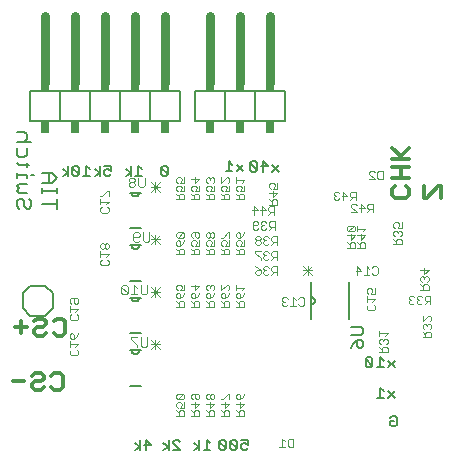
<source format=gbo>
G75*
%MOIN*%
%OFA0B0*%
%FSLAX25Y25*%
%IPPOS*%
%LPD*%
%AMOC8*
5,1,8,0,0,1.08239X$1,22.5*
%
%ADD10C,0.00800*%
%ADD11C,0.00600*%
%ADD12C,0.01300*%
%ADD13C,0.00200*%
%ADD14C,0.00300*%
%ADD15C,0.00500*%
%ADD16C,0.00400*%
%ADD17C,0.03000*%
%ADD18R,0.03000X0.02000*%
%ADD19R,0.03000X0.04000*%
D10*
X0072725Y0166986D02*
X0071924Y0167787D01*
X0071924Y0169388D01*
X0072725Y0170189D01*
X0073526Y0170189D01*
X0074326Y0169388D01*
X0074326Y0167787D01*
X0075127Y0166986D01*
X0075928Y0166986D01*
X0076728Y0167787D01*
X0076728Y0169388D01*
X0075928Y0170189D01*
X0075127Y0172143D02*
X0072725Y0172143D01*
X0071924Y0172943D01*
X0072725Y0173744D01*
X0071924Y0174545D01*
X0072725Y0175345D01*
X0075127Y0175345D01*
X0075127Y0177299D02*
X0075127Y0178100D01*
X0071924Y0178100D01*
X0071924Y0178900D02*
X0071924Y0177299D01*
X0072725Y0181537D02*
X0071924Y0182338D01*
X0072725Y0181537D02*
X0075928Y0181537D01*
X0075127Y0180737D02*
X0075127Y0182338D01*
X0074326Y0184174D02*
X0072725Y0184174D01*
X0071924Y0184975D01*
X0071924Y0187377D01*
X0071924Y0189331D02*
X0076728Y0189331D01*
X0075127Y0190131D02*
X0075127Y0191733D01*
X0074326Y0192533D01*
X0071924Y0192533D01*
X0074326Y0189331D02*
X0075127Y0190131D01*
X0075127Y0187377D02*
X0075127Y0184975D01*
X0074326Y0184174D01*
X0076728Y0178100D02*
X0077529Y0178100D01*
X0080324Y0178783D02*
X0083527Y0178783D01*
X0085128Y0177182D01*
X0083527Y0175580D01*
X0080324Y0175580D01*
X0080324Y0173744D02*
X0080324Y0172143D01*
X0080324Y0172943D02*
X0085128Y0172943D01*
X0085128Y0172143D02*
X0085128Y0173744D01*
X0082726Y0175580D02*
X0082726Y0178783D01*
X0085128Y0170189D02*
X0085128Y0166986D01*
X0085128Y0168588D02*
X0080324Y0168588D01*
D11*
X0113037Y0087647D02*
X0111336Y0086513D01*
X0113037Y0086513D02*
X0113037Y0089916D01*
X0115019Y0089916D02*
X0116720Y0088215D01*
X0114452Y0088215D01*
X0113037Y0087647D02*
X0111336Y0088782D01*
X0115019Y0089916D02*
X0115019Y0086513D01*
X0120784Y0086513D02*
X0122486Y0087647D01*
X0120784Y0088782D01*
X0122486Y0089916D02*
X0122486Y0086513D01*
X0123900Y0086513D02*
X0126169Y0086513D01*
X0123900Y0088782D01*
X0123900Y0089349D01*
X0124468Y0089916D01*
X0125602Y0089916D01*
X0126169Y0089349D01*
X0131021Y0088782D02*
X0132722Y0087647D01*
X0131021Y0086513D01*
X0132722Y0086513D02*
X0132722Y0089916D01*
X0135271Y0089916D02*
X0135271Y0086513D01*
X0136405Y0086513D02*
X0134137Y0086513D01*
X0136405Y0088782D02*
X0135271Y0089916D01*
X0139369Y0089349D02*
X0139369Y0087080D01*
X0139936Y0086513D01*
X0141070Y0086513D01*
X0141637Y0087080D01*
X0139369Y0089349D01*
X0139936Y0089916D01*
X0141070Y0089916D01*
X0141637Y0089349D01*
X0141637Y0087080D01*
X0143052Y0087080D02*
X0143619Y0086513D01*
X0144753Y0086513D01*
X0145321Y0087080D01*
X0143052Y0089349D01*
X0143052Y0087080D01*
X0145321Y0087080D02*
X0145321Y0089349D01*
X0144753Y0089916D01*
X0143619Y0089916D01*
X0143052Y0089349D01*
X0146735Y0089916D02*
X0149004Y0089916D01*
X0149004Y0088215D01*
X0147869Y0088782D01*
X0147302Y0088782D01*
X0146735Y0088215D01*
X0146735Y0087080D01*
X0147302Y0086513D01*
X0148437Y0086513D01*
X0149004Y0087080D01*
X0113271Y0107971D02*
X0109471Y0107971D01*
X0109471Y0119771D02*
X0110171Y0119771D01*
X0112571Y0119771D01*
X0113271Y0119771D01*
X0112571Y0119771D02*
X0112569Y0119702D01*
X0112563Y0119634D01*
X0112553Y0119566D01*
X0112540Y0119499D01*
X0112522Y0119433D01*
X0112501Y0119368D01*
X0112476Y0119304D01*
X0112448Y0119242D01*
X0112416Y0119181D01*
X0112381Y0119122D01*
X0112342Y0119066D01*
X0112300Y0119011D01*
X0112255Y0118960D01*
X0112207Y0118910D01*
X0112157Y0118864D01*
X0112104Y0118821D01*
X0112048Y0118780D01*
X0111991Y0118743D01*
X0111931Y0118710D01*
X0111869Y0118679D01*
X0111806Y0118653D01*
X0111742Y0118630D01*
X0111676Y0118610D01*
X0111609Y0118595D01*
X0111542Y0118583D01*
X0111474Y0118575D01*
X0111405Y0118571D01*
X0111337Y0118571D01*
X0111268Y0118575D01*
X0111200Y0118583D01*
X0111133Y0118595D01*
X0111066Y0118610D01*
X0111000Y0118630D01*
X0110936Y0118653D01*
X0110873Y0118679D01*
X0110811Y0118710D01*
X0110751Y0118743D01*
X0110694Y0118780D01*
X0110638Y0118821D01*
X0110585Y0118864D01*
X0110535Y0118910D01*
X0110487Y0118960D01*
X0110442Y0119011D01*
X0110400Y0119066D01*
X0110361Y0119122D01*
X0110326Y0119181D01*
X0110294Y0119242D01*
X0110266Y0119304D01*
X0110241Y0119368D01*
X0110220Y0119433D01*
X0110202Y0119499D01*
X0110189Y0119566D01*
X0110179Y0119634D01*
X0110173Y0119702D01*
X0110171Y0119771D01*
X0109471Y0125471D02*
X0113271Y0125471D01*
X0113271Y0137271D02*
X0112571Y0137271D01*
X0110171Y0137271D01*
X0109471Y0137271D01*
X0110171Y0137271D02*
X0110173Y0137202D01*
X0110179Y0137134D01*
X0110189Y0137066D01*
X0110202Y0136999D01*
X0110220Y0136933D01*
X0110241Y0136868D01*
X0110266Y0136804D01*
X0110294Y0136742D01*
X0110326Y0136681D01*
X0110361Y0136622D01*
X0110400Y0136566D01*
X0110442Y0136511D01*
X0110487Y0136460D01*
X0110535Y0136410D01*
X0110585Y0136364D01*
X0110638Y0136321D01*
X0110694Y0136280D01*
X0110751Y0136243D01*
X0110811Y0136210D01*
X0110873Y0136179D01*
X0110936Y0136153D01*
X0111000Y0136130D01*
X0111066Y0136110D01*
X0111133Y0136095D01*
X0111200Y0136083D01*
X0111268Y0136075D01*
X0111337Y0136071D01*
X0111405Y0136071D01*
X0111474Y0136075D01*
X0111542Y0136083D01*
X0111609Y0136095D01*
X0111676Y0136110D01*
X0111742Y0136130D01*
X0111806Y0136153D01*
X0111869Y0136179D01*
X0111931Y0136210D01*
X0111991Y0136243D01*
X0112048Y0136280D01*
X0112104Y0136321D01*
X0112157Y0136364D01*
X0112207Y0136410D01*
X0112255Y0136460D01*
X0112300Y0136511D01*
X0112342Y0136566D01*
X0112381Y0136622D01*
X0112416Y0136681D01*
X0112448Y0136742D01*
X0112476Y0136804D01*
X0112501Y0136868D01*
X0112522Y0136933D01*
X0112540Y0136999D01*
X0112553Y0137066D01*
X0112563Y0137134D01*
X0112569Y0137202D01*
X0112571Y0137271D01*
X0113271Y0142971D02*
X0109471Y0142971D01*
X0109471Y0154771D02*
X0110171Y0154771D01*
X0112571Y0154771D01*
X0113271Y0154771D01*
X0112571Y0154771D02*
X0112569Y0154702D01*
X0112563Y0154634D01*
X0112553Y0154566D01*
X0112540Y0154499D01*
X0112522Y0154433D01*
X0112501Y0154368D01*
X0112476Y0154304D01*
X0112448Y0154242D01*
X0112416Y0154181D01*
X0112381Y0154122D01*
X0112342Y0154066D01*
X0112300Y0154011D01*
X0112255Y0153960D01*
X0112207Y0153910D01*
X0112157Y0153864D01*
X0112104Y0153821D01*
X0112048Y0153780D01*
X0111991Y0153743D01*
X0111931Y0153710D01*
X0111869Y0153679D01*
X0111806Y0153653D01*
X0111742Y0153630D01*
X0111676Y0153610D01*
X0111609Y0153595D01*
X0111542Y0153583D01*
X0111474Y0153575D01*
X0111405Y0153571D01*
X0111337Y0153571D01*
X0111268Y0153575D01*
X0111200Y0153583D01*
X0111133Y0153595D01*
X0111066Y0153610D01*
X0111000Y0153630D01*
X0110936Y0153653D01*
X0110873Y0153679D01*
X0110811Y0153710D01*
X0110751Y0153743D01*
X0110694Y0153780D01*
X0110638Y0153821D01*
X0110585Y0153864D01*
X0110535Y0153910D01*
X0110487Y0153960D01*
X0110442Y0154011D01*
X0110400Y0154066D01*
X0110361Y0154122D01*
X0110326Y0154181D01*
X0110294Y0154242D01*
X0110266Y0154304D01*
X0110241Y0154368D01*
X0110220Y0154433D01*
X0110202Y0154499D01*
X0110189Y0154566D01*
X0110179Y0154634D01*
X0110173Y0154702D01*
X0110171Y0154771D01*
X0109471Y0160471D02*
X0113271Y0160471D01*
X0113271Y0172271D02*
X0112571Y0172271D01*
X0110171Y0172271D01*
X0109471Y0172271D01*
X0110171Y0172271D02*
X0110173Y0172202D01*
X0110179Y0172134D01*
X0110189Y0172066D01*
X0110202Y0171999D01*
X0110220Y0171933D01*
X0110241Y0171868D01*
X0110266Y0171804D01*
X0110294Y0171742D01*
X0110326Y0171681D01*
X0110361Y0171622D01*
X0110400Y0171566D01*
X0110442Y0171511D01*
X0110487Y0171460D01*
X0110535Y0171410D01*
X0110585Y0171364D01*
X0110638Y0171321D01*
X0110694Y0171280D01*
X0110751Y0171243D01*
X0110811Y0171210D01*
X0110873Y0171179D01*
X0110936Y0171153D01*
X0111000Y0171130D01*
X0111066Y0171110D01*
X0111133Y0171095D01*
X0111200Y0171083D01*
X0111268Y0171075D01*
X0111337Y0171071D01*
X0111405Y0171071D01*
X0111474Y0171075D01*
X0111542Y0171083D01*
X0111609Y0171095D01*
X0111676Y0171110D01*
X0111742Y0171130D01*
X0111806Y0171153D01*
X0111869Y0171179D01*
X0111931Y0171210D01*
X0111991Y0171243D01*
X0112048Y0171280D01*
X0112104Y0171321D01*
X0112157Y0171364D01*
X0112207Y0171410D01*
X0112255Y0171460D01*
X0112300Y0171511D01*
X0112342Y0171566D01*
X0112381Y0171622D01*
X0112416Y0171681D01*
X0112448Y0171742D01*
X0112476Y0171804D01*
X0112501Y0171868D01*
X0112522Y0171933D01*
X0112540Y0171999D01*
X0112553Y0172066D01*
X0112563Y0172134D01*
X0112569Y0172202D01*
X0112571Y0172271D01*
X0112436Y0177852D02*
X0112436Y0181255D01*
X0113571Y0180120D01*
X0113571Y0177852D02*
X0111302Y0177852D01*
X0109887Y0177852D02*
X0109887Y0181255D01*
X0108186Y0180120D02*
X0109887Y0178986D01*
X0108186Y0177852D01*
X0103334Y0178419D02*
X0102767Y0177852D01*
X0101633Y0177852D01*
X0101066Y0178419D01*
X0101066Y0179553D01*
X0101633Y0180120D01*
X0102200Y0180120D01*
X0103334Y0179553D01*
X0103334Y0181255D01*
X0101066Y0181255D01*
X0099651Y0181255D02*
X0099651Y0177852D01*
X0099651Y0178986D02*
X0097950Y0180120D01*
X0096248Y0180120D02*
X0095113Y0181255D01*
X0095113Y0177852D01*
X0093979Y0177852D02*
X0096248Y0177852D01*
X0097950Y0177852D02*
X0099651Y0178986D01*
X0092565Y0178419D02*
X0090296Y0180687D01*
X0090296Y0178419D01*
X0090863Y0177852D01*
X0091997Y0177852D01*
X0092565Y0178419D01*
X0092565Y0180687D01*
X0091997Y0181255D01*
X0090863Y0181255D01*
X0090296Y0180687D01*
X0088881Y0181255D02*
X0088881Y0177852D01*
X0088881Y0178986D02*
X0087180Y0180120D01*
X0088881Y0178986D02*
X0087180Y0177852D01*
X0086371Y0196371D02*
X0076371Y0196371D01*
X0076371Y0206371D01*
X0086371Y0206371D01*
X0096371Y0206371D01*
X0106371Y0206371D01*
X0116371Y0206371D01*
X0126371Y0206371D01*
X0126371Y0196371D01*
X0116371Y0196371D01*
X0106371Y0196371D01*
X0096371Y0196371D01*
X0086371Y0196371D01*
X0086371Y0206371D01*
X0096371Y0206371D02*
X0096371Y0196371D01*
X0106371Y0196371D02*
X0106371Y0206371D01*
X0116371Y0206371D02*
X0116371Y0196371D01*
X0131371Y0196371D02*
X0131371Y0206371D01*
X0141371Y0206371D01*
X0151371Y0206371D01*
X0161371Y0206371D01*
X0161371Y0196371D01*
X0151371Y0196371D01*
X0141371Y0196371D01*
X0131371Y0196371D01*
X0141371Y0196371D02*
X0141371Y0206371D01*
X0151371Y0206371D02*
X0151371Y0196371D01*
X0151332Y0182766D02*
X0150198Y0182766D01*
X0149631Y0182199D01*
X0151899Y0179931D01*
X0151332Y0179364D01*
X0150198Y0179364D01*
X0149631Y0179931D01*
X0149631Y0182199D01*
X0151332Y0182766D02*
X0151899Y0182199D01*
X0151899Y0179931D01*
X0153314Y0181065D02*
X0155583Y0181065D01*
X0153881Y0182766D01*
X0153881Y0179364D01*
X0156997Y0179364D02*
X0159266Y0181632D01*
X0159266Y0179364D02*
X0156997Y0181632D01*
X0147429Y0181695D02*
X0145160Y0179427D01*
X0143746Y0179427D02*
X0141477Y0179427D01*
X0142611Y0179427D02*
X0142611Y0182829D01*
X0143746Y0181695D01*
X0145160Y0181695D02*
X0147429Y0179427D01*
X0122232Y0178419D02*
X0119963Y0180687D01*
X0119963Y0178419D01*
X0120531Y0177852D01*
X0121665Y0177852D01*
X0122232Y0178419D01*
X0122232Y0180687D01*
X0121665Y0181255D01*
X0120531Y0181255D01*
X0119963Y0180687D01*
X0081371Y0141371D02*
X0076371Y0141371D01*
X0073871Y0138871D01*
X0073871Y0133871D01*
X0076371Y0131371D01*
X0081371Y0131371D01*
X0083871Y0133871D01*
X0083871Y0138871D01*
X0081371Y0141371D01*
X0170071Y0142671D02*
X0170071Y0137571D01*
X0170071Y0135171D01*
X0170071Y0130071D01*
X0170071Y0135171D02*
X0170140Y0135173D01*
X0170208Y0135179D01*
X0170276Y0135189D01*
X0170343Y0135202D01*
X0170409Y0135220D01*
X0170474Y0135241D01*
X0170538Y0135266D01*
X0170600Y0135294D01*
X0170661Y0135326D01*
X0170720Y0135361D01*
X0170776Y0135400D01*
X0170831Y0135442D01*
X0170882Y0135487D01*
X0170932Y0135535D01*
X0170978Y0135585D01*
X0171021Y0135638D01*
X0171062Y0135694D01*
X0171099Y0135751D01*
X0171132Y0135811D01*
X0171163Y0135873D01*
X0171189Y0135936D01*
X0171212Y0136000D01*
X0171232Y0136066D01*
X0171247Y0136133D01*
X0171259Y0136200D01*
X0171267Y0136268D01*
X0171271Y0136337D01*
X0171271Y0136405D01*
X0171267Y0136474D01*
X0171259Y0136542D01*
X0171247Y0136609D01*
X0171232Y0136676D01*
X0171212Y0136742D01*
X0171189Y0136806D01*
X0171163Y0136869D01*
X0171132Y0136931D01*
X0171099Y0136991D01*
X0171062Y0137048D01*
X0171021Y0137104D01*
X0170978Y0137157D01*
X0170932Y0137207D01*
X0170882Y0137255D01*
X0170831Y0137300D01*
X0170776Y0137342D01*
X0170720Y0137381D01*
X0170661Y0137416D01*
X0170600Y0137448D01*
X0170538Y0137476D01*
X0170474Y0137501D01*
X0170409Y0137522D01*
X0170343Y0137540D01*
X0170276Y0137553D01*
X0170208Y0137563D01*
X0170140Y0137569D01*
X0170071Y0137571D01*
X0182671Y0142671D02*
X0182671Y0130071D01*
X0188755Y0117475D02*
X0188188Y0116908D01*
X0190456Y0114639D01*
X0189889Y0114072D01*
X0188755Y0114072D01*
X0188188Y0114639D01*
X0188188Y0116908D01*
X0188755Y0117475D02*
X0189889Y0117475D01*
X0190456Y0116908D01*
X0190456Y0114639D01*
X0191871Y0114072D02*
X0194139Y0114072D01*
X0193005Y0114072D02*
X0193005Y0117475D01*
X0194139Y0116341D01*
X0195554Y0116341D02*
X0197823Y0114072D01*
X0197823Y0116341D02*
X0195554Y0114072D01*
X0193005Y0107239D02*
X0193005Y0103836D01*
X0194139Y0103836D02*
X0191871Y0103836D01*
X0194139Y0106105D02*
X0193005Y0107239D01*
X0195554Y0106105D02*
X0197823Y0103836D01*
X0197823Y0106105D02*
X0195554Y0103836D01*
X0196909Y0097790D02*
X0198043Y0097790D01*
X0198610Y0097223D01*
X0198610Y0094954D01*
X0198043Y0094387D01*
X0196909Y0094387D01*
X0196341Y0094954D01*
X0196341Y0096089D01*
X0197476Y0096089D01*
X0196341Y0097223D02*
X0196909Y0097790D01*
D12*
X0197971Y0170676D02*
X0197021Y0171627D01*
X0197021Y0173529D01*
X0197971Y0174479D01*
X0197021Y0177122D02*
X0202725Y0177122D01*
X0201775Y0174479D02*
X0202725Y0173529D01*
X0202725Y0171627D01*
X0201775Y0170676D01*
X0197971Y0170676D01*
X0199873Y0177122D02*
X0199873Y0180925D01*
X0198922Y0183567D02*
X0202725Y0187370D01*
X0202725Y0183567D02*
X0197021Y0183567D01*
X0197021Y0180925D02*
X0202725Y0180925D01*
X0199873Y0184518D02*
X0197021Y0187370D01*
X0207521Y0174479D02*
X0207521Y0170676D01*
X0208471Y0170676D01*
X0212275Y0174479D01*
X0213225Y0174479D01*
X0213225Y0170676D01*
X0088024Y0129412D02*
X0088024Y0125609D01*
X0087073Y0124658D01*
X0085171Y0124658D01*
X0084221Y0125609D01*
X0081578Y0125609D02*
X0080627Y0124658D01*
X0078726Y0124658D01*
X0077775Y0125609D01*
X0077775Y0126560D01*
X0078726Y0127511D01*
X0080627Y0127511D01*
X0081578Y0128462D01*
X0081578Y0129412D01*
X0080627Y0130363D01*
X0078726Y0130363D01*
X0077775Y0129412D01*
X0075133Y0127511D02*
X0071330Y0127511D01*
X0073231Y0129412D02*
X0073231Y0125609D01*
X0084221Y0129412D02*
X0085171Y0130363D01*
X0087073Y0130363D01*
X0088024Y0129412D01*
X0086286Y0112253D02*
X0084384Y0112253D01*
X0083433Y0111302D01*
X0080791Y0111302D02*
X0080791Y0110351D01*
X0079840Y0109401D01*
X0077938Y0109401D01*
X0076988Y0108450D01*
X0076988Y0107499D01*
X0077938Y0106548D01*
X0079840Y0106548D01*
X0080791Y0107499D01*
X0083433Y0107499D02*
X0084384Y0106548D01*
X0086286Y0106548D01*
X0087236Y0107499D01*
X0087236Y0111302D01*
X0086286Y0112253D01*
X0080791Y0111302D02*
X0079840Y0112253D01*
X0077938Y0112253D01*
X0076988Y0111302D01*
X0074345Y0109401D02*
X0070542Y0109401D01*
D13*
X0089522Y0118642D02*
X0089522Y0119561D01*
X0089981Y0120020D01*
X0089522Y0120902D02*
X0089522Y0122739D01*
X0089522Y0121820D02*
X0092277Y0121820D01*
X0091359Y0120902D01*
X0091818Y0120020D02*
X0092277Y0119561D01*
X0092277Y0118642D01*
X0091818Y0118183D01*
X0089981Y0118183D01*
X0089522Y0118642D01*
X0089981Y0123621D02*
X0089522Y0124080D01*
X0089522Y0124998D01*
X0089981Y0125458D01*
X0090440Y0125458D01*
X0090899Y0124998D01*
X0090899Y0123621D01*
X0089981Y0123621D01*
X0090899Y0123621D02*
X0091818Y0124539D01*
X0092277Y0125458D01*
X0091818Y0129896D02*
X0089981Y0129896D01*
X0089522Y0130355D01*
X0089522Y0131273D01*
X0089981Y0131733D01*
X0089522Y0132615D02*
X0089522Y0134451D01*
X0089522Y0133533D02*
X0092277Y0133533D01*
X0091359Y0132615D01*
X0091818Y0131733D02*
X0092277Y0131273D01*
X0092277Y0130355D01*
X0091818Y0129896D01*
X0091818Y0135334D02*
X0091359Y0135334D01*
X0090899Y0135793D01*
X0090899Y0137170D01*
X0089981Y0137170D02*
X0091818Y0137170D01*
X0092277Y0136711D01*
X0092277Y0135793D01*
X0091818Y0135334D01*
X0089981Y0135334D02*
X0089522Y0135793D01*
X0089522Y0136711D01*
X0089981Y0137170D01*
X0100217Y0148183D02*
X0099758Y0148642D01*
X0099758Y0149561D01*
X0100217Y0150020D01*
X0099758Y0150902D02*
X0099758Y0152739D01*
X0099758Y0151820D02*
X0102513Y0151820D01*
X0101595Y0150902D01*
X0102054Y0150020D02*
X0102513Y0149561D01*
X0102513Y0148642D01*
X0102054Y0148183D01*
X0100217Y0148183D01*
X0100217Y0153621D02*
X0100676Y0153621D01*
X0101136Y0154080D01*
X0101136Y0154998D01*
X0100676Y0155458D01*
X0100217Y0155458D01*
X0099758Y0154998D01*
X0099758Y0154080D01*
X0100217Y0153621D01*
X0101136Y0154080D02*
X0101595Y0153621D01*
X0102054Y0153621D01*
X0102513Y0154080D01*
X0102513Y0154998D01*
X0102054Y0155458D01*
X0101595Y0155458D01*
X0101136Y0154998D01*
X0102054Y0165683D02*
X0100217Y0165683D01*
X0099758Y0166142D01*
X0099758Y0167061D01*
X0100217Y0167520D01*
X0099758Y0168402D02*
X0099758Y0170239D01*
X0099758Y0171121D02*
X0100217Y0171121D01*
X0102054Y0172958D01*
X0102513Y0172958D01*
X0102513Y0171121D01*
X0102513Y0169320D02*
X0099758Y0169320D01*
X0101595Y0168402D02*
X0102513Y0169320D01*
X0102054Y0167520D02*
X0102513Y0167061D01*
X0102513Y0166142D01*
X0102054Y0165683D01*
X0125034Y0170132D02*
X0127789Y0170132D01*
X0127789Y0171510D01*
X0127330Y0171969D01*
X0126411Y0171969D01*
X0125952Y0171510D01*
X0125952Y0170132D01*
X0125952Y0171050D02*
X0125034Y0171969D01*
X0125493Y0172851D02*
X0125034Y0173310D01*
X0125034Y0174228D01*
X0125493Y0174688D01*
X0126411Y0174688D01*
X0126870Y0174228D01*
X0126870Y0173769D01*
X0126411Y0172851D01*
X0127789Y0172851D01*
X0127789Y0174688D01*
X0127789Y0175570D02*
X0126411Y0175570D01*
X0126870Y0176488D01*
X0126870Y0176947D01*
X0126411Y0177406D01*
X0125493Y0177406D01*
X0125034Y0176947D01*
X0125034Y0176029D01*
X0125493Y0175570D01*
X0127789Y0175570D02*
X0127789Y0177406D01*
X0130034Y0176947D02*
X0132789Y0176947D01*
X0131411Y0175570D01*
X0131411Y0177406D01*
X0131411Y0174688D02*
X0130493Y0174688D01*
X0130034Y0174228D01*
X0130034Y0173310D01*
X0130493Y0172851D01*
X0131411Y0172851D02*
X0131870Y0173769D01*
X0131870Y0174228D01*
X0131411Y0174688D01*
X0132789Y0174688D02*
X0132789Y0172851D01*
X0131411Y0172851D01*
X0131411Y0171969D02*
X0130952Y0171510D01*
X0130952Y0170132D01*
X0130952Y0171050D02*
X0130034Y0171969D01*
X0131411Y0171969D02*
X0132330Y0171969D01*
X0132789Y0171510D01*
X0132789Y0170132D01*
X0130034Y0170132D01*
X0135034Y0170132D02*
X0137789Y0170132D01*
X0137789Y0171510D01*
X0137330Y0171969D01*
X0136411Y0171969D01*
X0135952Y0171510D01*
X0135952Y0170132D01*
X0135952Y0171050D02*
X0135034Y0171969D01*
X0135493Y0172851D02*
X0135034Y0173310D01*
X0135034Y0174228D01*
X0135493Y0174688D01*
X0136411Y0174688D01*
X0136870Y0174228D01*
X0136870Y0173769D01*
X0136411Y0172851D01*
X0137789Y0172851D01*
X0137789Y0174688D01*
X0137330Y0175570D02*
X0137789Y0176029D01*
X0137789Y0176947D01*
X0137330Y0177406D01*
X0136870Y0177406D01*
X0136411Y0176947D01*
X0135952Y0177406D01*
X0135493Y0177406D01*
X0135034Y0176947D01*
X0135034Y0176029D01*
X0135493Y0175570D01*
X0136411Y0176488D02*
X0136411Y0176947D01*
X0140034Y0177406D02*
X0140034Y0175570D01*
X0141870Y0177406D01*
X0142330Y0177406D01*
X0142789Y0176947D01*
X0142789Y0176029D01*
X0142330Y0175570D01*
X0142789Y0174688D02*
X0142789Y0172851D01*
X0141411Y0172851D01*
X0141870Y0173769D01*
X0141870Y0174228D01*
X0141411Y0174688D01*
X0140493Y0174688D01*
X0140034Y0174228D01*
X0140034Y0173310D01*
X0140493Y0172851D01*
X0140034Y0171969D02*
X0140952Y0171050D01*
X0140952Y0171510D02*
X0140952Y0170132D01*
X0140034Y0170132D02*
X0142789Y0170132D01*
X0142789Y0171510D01*
X0142330Y0171969D01*
X0141411Y0171969D01*
X0140952Y0171510D01*
X0145034Y0171969D02*
X0145952Y0171050D01*
X0145952Y0171510D02*
X0145952Y0170132D01*
X0145034Y0170132D02*
X0147789Y0170132D01*
X0147789Y0171510D01*
X0147330Y0171969D01*
X0146411Y0171969D01*
X0145952Y0171510D01*
X0146411Y0172851D02*
X0146870Y0173769D01*
X0146870Y0174228D01*
X0146411Y0174688D01*
X0145493Y0174688D01*
X0145034Y0174228D01*
X0145034Y0173310D01*
X0145493Y0172851D01*
X0146411Y0172851D02*
X0147789Y0172851D01*
X0147789Y0174688D01*
X0146870Y0175570D02*
X0147789Y0176488D01*
X0145034Y0176488D01*
X0145034Y0175570D02*
X0145034Y0177406D01*
X0150794Y0167789D02*
X0152171Y0166411D01*
X0150335Y0166411D01*
X0150794Y0165034D02*
X0150794Y0167789D01*
X0153054Y0166411D02*
X0154890Y0166411D01*
X0153513Y0167789D01*
X0153513Y0165034D01*
X0153725Y0162789D02*
X0153266Y0162330D01*
X0153266Y0161870D01*
X0153725Y0161411D01*
X0153266Y0160952D01*
X0153266Y0160493D01*
X0153725Y0160034D01*
X0154644Y0160034D01*
X0155103Y0160493D01*
X0155985Y0160034D02*
X0156903Y0160952D01*
X0156444Y0160952D02*
X0157822Y0160952D01*
X0157822Y0160034D02*
X0157822Y0162789D01*
X0156444Y0162789D01*
X0155985Y0162330D01*
X0155985Y0161411D01*
X0156444Y0160952D01*
X0155103Y0162330D02*
X0154644Y0162789D01*
X0153725Y0162789D01*
X0153725Y0161411D02*
X0154185Y0161411D01*
X0152384Y0161870D02*
X0151925Y0161411D01*
X0150547Y0161411D01*
X0150547Y0160493D02*
X0150547Y0162330D01*
X0151007Y0162789D01*
X0151925Y0162789D01*
X0152384Y0162330D01*
X0152384Y0161870D01*
X0152384Y0160493D02*
X0151925Y0160034D01*
X0151007Y0160034D01*
X0150547Y0160493D01*
X0151794Y0157789D02*
X0151335Y0157330D01*
X0151335Y0156870D01*
X0151794Y0156411D01*
X0152712Y0156411D01*
X0153171Y0156870D01*
X0153171Y0157330D01*
X0152712Y0157789D01*
X0151794Y0157789D01*
X0151794Y0156411D02*
X0151335Y0155952D01*
X0151335Y0155493D01*
X0151794Y0155034D01*
X0152712Y0155034D01*
X0153171Y0155493D01*
X0153171Y0155952D01*
X0152712Y0156411D01*
X0154054Y0155952D02*
X0154054Y0155493D01*
X0154513Y0155034D01*
X0155431Y0155034D01*
X0155890Y0155493D01*
X0156772Y0155034D02*
X0157691Y0155952D01*
X0157232Y0155952D02*
X0158609Y0155952D01*
X0158609Y0155034D02*
X0158609Y0157789D01*
X0157232Y0157789D01*
X0156772Y0157330D01*
X0156772Y0156411D01*
X0157232Y0155952D01*
X0155890Y0157330D02*
X0155431Y0157789D01*
X0154513Y0157789D01*
X0154054Y0157330D01*
X0154054Y0156870D01*
X0154513Y0156411D01*
X0154054Y0155952D01*
X0154513Y0156411D02*
X0154972Y0156411D01*
X0155431Y0152789D02*
X0154513Y0152789D01*
X0154054Y0152330D01*
X0154054Y0151870D01*
X0154513Y0151411D01*
X0154054Y0150952D01*
X0154054Y0150493D01*
X0154513Y0150034D01*
X0155431Y0150034D01*
X0155890Y0150493D01*
X0156772Y0150034D02*
X0157691Y0150952D01*
X0157232Y0150952D02*
X0158609Y0150952D01*
X0158609Y0150034D02*
X0158609Y0152789D01*
X0157232Y0152789D01*
X0156772Y0152330D01*
X0156772Y0151411D01*
X0157232Y0150952D01*
X0155890Y0152330D02*
X0155431Y0152789D01*
X0154972Y0151411D02*
X0154513Y0151411D01*
X0153171Y0150493D02*
X0153171Y0150034D01*
X0153171Y0150493D02*
X0151335Y0152330D01*
X0151335Y0152789D01*
X0153171Y0152789D01*
X0154513Y0147789D02*
X0154054Y0147330D01*
X0154054Y0146870D01*
X0154513Y0146411D01*
X0154054Y0145952D01*
X0154054Y0145493D01*
X0154513Y0145034D01*
X0155431Y0145034D01*
X0155890Y0145493D01*
X0156772Y0145034D02*
X0157691Y0145952D01*
X0157232Y0145952D02*
X0158609Y0145952D01*
X0158609Y0145034D02*
X0158609Y0147789D01*
X0157232Y0147789D01*
X0156772Y0147330D01*
X0156772Y0146411D01*
X0157232Y0145952D01*
X0155890Y0147330D02*
X0155431Y0147789D01*
X0154513Y0147789D01*
X0154513Y0146411D02*
X0154972Y0146411D01*
X0153171Y0146411D02*
X0151794Y0146411D01*
X0151335Y0145952D01*
X0151335Y0145493D01*
X0151794Y0145034D01*
X0152712Y0145034D01*
X0153171Y0145493D01*
X0153171Y0146411D01*
X0152253Y0147330D01*
X0151335Y0147789D01*
X0147789Y0151845D02*
X0147789Y0153222D01*
X0147330Y0153681D01*
X0146411Y0153681D01*
X0145952Y0153222D01*
X0145952Y0151845D01*
X0145952Y0152763D02*
X0145034Y0153681D01*
X0145493Y0154563D02*
X0145034Y0155023D01*
X0145034Y0155941D01*
X0145493Y0156400D01*
X0146411Y0156400D01*
X0146870Y0155941D01*
X0146870Y0155482D01*
X0146411Y0154563D01*
X0147789Y0154563D01*
X0147789Y0156400D01*
X0146411Y0157282D02*
X0145493Y0157282D01*
X0145034Y0157741D01*
X0145034Y0158660D01*
X0145493Y0159119D01*
X0145952Y0159119D01*
X0146411Y0158660D01*
X0146411Y0157282D01*
X0147330Y0158201D01*
X0147789Y0159119D01*
X0142789Y0159119D02*
X0142789Y0157282D01*
X0142789Y0156400D02*
X0142789Y0154563D01*
X0141411Y0154563D01*
X0141870Y0155482D01*
X0141870Y0155941D01*
X0141411Y0156400D01*
X0140493Y0156400D01*
X0140034Y0155941D01*
X0140034Y0155023D01*
X0140493Y0154563D01*
X0140034Y0153681D02*
X0140952Y0152763D01*
X0140952Y0153222D02*
X0140952Y0151845D01*
X0140034Y0151845D02*
X0142789Y0151845D01*
X0142789Y0153222D01*
X0142330Y0153681D01*
X0141411Y0153681D01*
X0140952Y0153222D01*
X0145034Y0151845D02*
X0147789Y0151845D01*
X0142330Y0159119D02*
X0140493Y0157282D01*
X0140034Y0157282D01*
X0137789Y0157741D02*
X0137789Y0158660D01*
X0137330Y0159119D01*
X0136870Y0159119D01*
X0136411Y0158660D01*
X0136411Y0157741D01*
X0136870Y0157282D01*
X0137330Y0157282D01*
X0137789Y0157741D01*
X0137789Y0156400D02*
X0137789Y0154563D01*
X0136411Y0154563D01*
X0136870Y0155482D01*
X0136870Y0155941D01*
X0136411Y0156400D01*
X0135493Y0156400D01*
X0135034Y0155941D01*
X0135034Y0155023D01*
X0135493Y0154563D01*
X0135034Y0153681D02*
X0135952Y0152763D01*
X0135952Y0153222D02*
X0135952Y0151845D01*
X0135034Y0151845D02*
X0137789Y0151845D01*
X0137789Y0153222D01*
X0137330Y0153681D01*
X0136411Y0153681D01*
X0135952Y0153222D01*
X0132789Y0153222D02*
X0132789Y0151845D01*
X0130034Y0151845D01*
X0130952Y0151845D02*
X0130952Y0153222D01*
X0131411Y0153681D01*
X0132330Y0153681D01*
X0132789Y0153222D01*
X0132789Y0154563D02*
X0131411Y0154563D01*
X0131870Y0155482D01*
X0131870Y0155941D01*
X0131411Y0156400D01*
X0130493Y0156400D01*
X0130034Y0155941D01*
X0130034Y0155023D01*
X0130493Y0154563D01*
X0130034Y0153681D02*
X0130952Y0152763D01*
X0132789Y0154563D02*
X0132789Y0156400D01*
X0132330Y0157282D02*
X0131870Y0157282D01*
X0131411Y0157741D01*
X0131411Y0159119D01*
X0130493Y0159119D02*
X0132330Y0159119D01*
X0132789Y0158660D01*
X0132789Y0157741D01*
X0132330Y0157282D01*
X0130493Y0157282D02*
X0130034Y0157741D01*
X0130034Y0158660D01*
X0130493Y0159119D01*
X0135034Y0158660D02*
X0135034Y0157741D01*
X0135493Y0157282D01*
X0135952Y0157282D01*
X0136411Y0157741D01*
X0136411Y0158660D02*
X0135952Y0159119D01*
X0135493Y0159119D01*
X0135034Y0158660D01*
X0127789Y0158660D02*
X0127330Y0159119D01*
X0125493Y0157282D01*
X0125034Y0157741D01*
X0125034Y0158660D01*
X0125493Y0159119D01*
X0127330Y0159119D01*
X0127789Y0158660D02*
X0127789Y0157741D01*
X0127330Y0157282D01*
X0125493Y0157282D01*
X0125493Y0156400D02*
X0125034Y0155941D01*
X0125034Y0155023D01*
X0125493Y0154563D01*
X0126411Y0154563D01*
X0126411Y0155941D01*
X0125952Y0156400D01*
X0125493Y0156400D01*
X0127330Y0155482D02*
X0126411Y0154563D01*
X0126411Y0153681D02*
X0125952Y0153222D01*
X0125952Y0151845D01*
X0125952Y0152763D02*
X0125034Y0153681D01*
X0126411Y0153681D02*
X0127330Y0153681D01*
X0127789Y0153222D01*
X0127789Y0151845D01*
X0125034Y0151845D01*
X0127330Y0155482D02*
X0127789Y0156400D01*
X0127789Y0141619D02*
X0127789Y0139782D01*
X0126411Y0139782D01*
X0126870Y0140701D01*
X0126870Y0141160D01*
X0126411Y0141619D01*
X0125493Y0141619D01*
X0125034Y0141160D01*
X0125034Y0140241D01*
X0125493Y0139782D01*
X0125493Y0138900D02*
X0125952Y0138900D01*
X0126411Y0138441D01*
X0126411Y0137063D01*
X0125493Y0137063D01*
X0125034Y0137523D01*
X0125034Y0138441D01*
X0125493Y0138900D01*
X0127330Y0137982D02*
X0127789Y0138900D01*
X0127330Y0137982D02*
X0126411Y0137063D01*
X0126411Y0136181D02*
X0125952Y0135722D01*
X0125952Y0134345D01*
X0125952Y0135263D02*
X0125034Y0136181D01*
X0126411Y0136181D02*
X0127330Y0136181D01*
X0127789Y0135722D01*
X0127789Y0134345D01*
X0125034Y0134345D01*
X0130034Y0134345D02*
X0132789Y0134345D01*
X0132789Y0135722D01*
X0132330Y0136181D01*
X0131411Y0136181D01*
X0130952Y0135722D01*
X0130952Y0134345D01*
X0130952Y0135263D02*
X0130034Y0136181D01*
X0130493Y0137063D02*
X0130034Y0137523D01*
X0130034Y0138441D01*
X0130493Y0138900D01*
X0130952Y0138900D01*
X0131411Y0138441D01*
X0131411Y0137063D01*
X0130493Y0137063D01*
X0131411Y0137063D02*
X0132330Y0137982D01*
X0132789Y0138900D01*
X0131411Y0139782D02*
X0131411Y0141619D01*
X0130034Y0141160D02*
X0132789Y0141160D01*
X0131411Y0139782D01*
X0135034Y0140241D02*
X0135034Y0141160D01*
X0135493Y0141619D01*
X0135952Y0141619D01*
X0136411Y0141160D01*
X0136411Y0140701D01*
X0136411Y0141160D02*
X0136870Y0141619D01*
X0137330Y0141619D01*
X0137789Y0141160D01*
X0137789Y0140241D01*
X0137330Y0139782D01*
X0137789Y0138900D02*
X0137330Y0137982D01*
X0136411Y0137063D01*
X0136411Y0138441D01*
X0135952Y0138900D01*
X0135493Y0138900D01*
X0135034Y0138441D01*
X0135034Y0137523D01*
X0135493Y0137063D01*
X0136411Y0137063D01*
X0136411Y0136181D02*
X0135952Y0135722D01*
X0135952Y0134345D01*
X0135952Y0135263D02*
X0135034Y0136181D01*
X0136411Y0136181D02*
X0137330Y0136181D01*
X0137789Y0135722D01*
X0137789Y0134345D01*
X0135034Y0134345D01*
X0140034Y0134345D02*
X0142789Y0134345D01*
X0142789Y0135722D01*
X0142330Y0136181D01*
X0141411Y0136181D01*
X0140952Y0135722D01*
X0140952Y0134345D01*
X0140952Y0135263D02*
X0140034Y0136181D01*
X0140493Y0137063D02*
X0140034Y0137523D01*
X0140034Y0138441D01*
X0140493Y0138900D01*
X0140952Y0138900D01*
X0141411Y0138441D01*
X0141411Y0137063D01*
X0140493Y0137063D01*
X0141411Y0137063D02*
X0142330Y0137982D01*
X0142789Y0138900D01*
X0142330Y0139782D02*
X0142789Y0140241D01*
X0142789Y0141160D01*
X0142330Y0141619D01*
X0141870Y0141619D01*
X0140034Y0139782D01*
X0140034Y0141619D01*
X0135493Y0139782D02*
X0135034Y0140241D01*
X0145034Y0139782D02*
X0145034Y0141619D01*
X0145034Y0140701D02*
X0147789Y0140701D01*
X0146870Y0139782D01*
X0145952Y0138900D02*
X0146411Y0138441D01*
X0146411Y0137063D01*
X0145493Y0137063D01*
X0145034Y0137523D01*
X0145034Y0138441D01*
X0145493Y0138900D01*
X0145952Y0138900D01*
X0147330Y0137982D02*
X0147789Y0138900D01*
X0147330Y0137982D02*
X0146411Y0137063D01*
X0146411Y0136181D02*
X0145952Y0135722D01*
X0145952Y0134345D01*
X0145952Y0135263D02*
X0145034Y0136181D01*
X0146411Y0136181D02*
X0147330Y0136181D01*
X0147789Y0135722D01*
X0147789Y0134345D01*
X0145034Y0134345D01*
X0160322Y0135119D02*
X0160781Y0134660D01*
X0161700Y0134660D01*
X0162159Y0135119D01*
X0163041Y0134660D02*
X0164878Y0134660D01*
X0163959Y0134660D02*
X0163959Y0137415D01*
X0164878Y0136496D01*
X0165760Y0136955D02*
X0166219Y0137415D01*
X0167137Y0137415D01*
X0167596Y0136955D01*
X0167596Y0135119D01*
X0167137Y0134660D01*
X0166219Y0134660D01*
X0165760Y0135119D01*
X0162159Y0136955D02*
X0161700Y0137415D01*
X0160781Y0137415D01*
X0160322Y0136955D01*
X0160322Y0136496D01*
X0160781Y0136037D01*
X0160322Y0135578D01*
X0160322Y0135119D01*
X0160781Y0136037D02*
X0161240Y0136037D01*
X0181904Y0153964D02*
X0184659Y0153964D01*
X0184659Y0155341D01*
X0184200Y0155800D01*
X0183281Y0155800D01*
X0182822Y0155341D01*
X0182822Y0153964D01*
X0182822Y0154882D02*
X0181904Y0155800D01*
X0183281Y0156682D02*
X0183281Y0158519D01*
X0182363Y0159401D02*
X0184200Y0161238D01*
X0182363Y0161238D01*
X0181904Y0160779D01*
X0181904Y0159861D01*
X0182363Y0159401D01*
X0184200Y0159401D01*
X0184659Y0159861D01*
X0184659Y0160779D01*
X0184200Y0161238D01*
X0185329Y0161238D02*
X0185329Y0159401D01*
X0185329Y0160320D02*
X0188084Y0160320D01*
X0187166Y0159401D01*
X0186706Y0158519D02*
X0186706Y0156682D01*
X0188084Y0158060D01*
X0185329Y0158060D01*
X0184659Y0158060D02*
X0183281Y0156682D01*
X0181904Y0158060D02*
X0184659Y0158060D01*
X0185329Y0155800D02*
X0186247Y0154882D01*
X0186247Y0155341D02*
X0186247Y0153964D01*
X0185329Y0153964D02*
X0188084Y0153964D01*
X0188084Y0155341D01*
X0187625Y0155800D01*
X0186706Y0155800D01*
X0186247Y0155341D01*
X0185325Y0147736D02*
X0186702Y0146358D01*
X0184865Y0146358D01*
X0185325Y0144980D02*
X0185325Y0147736D01*
X0188503Y0147736D02*
X0188503Y0144980D01*
X0189421Y0144980D02*
X0187584Y0144980D01*
X0189421Y0146817D02*
X0188503Y0147736D01*
X0190303Y0147276D02*
X0190762Y0147736D01*
X0191681Y0147736D01*
X0192140Y0147276D01*
X0192140Y0145440D01*
X0191681Y0144980D01*
X0190762Y0144980D01*
X0190303Y0145440D01*
X0189974Y0140458D02*
X0189056Y0140458D01*
X0188597Y0139998D01*
X0188597Y0139080D01*
X0189056Y0138621D01*
X0189974Y0138621D02*
X0190433Y0139539D01*
X0190433Y0139998D01*
X0189974Y0140458D01*
X0191352Y0140458D02*
X0191352Y0138621D01*
X0189974Y0138621D01*
X0188597Y0137739D02*
X0188597Y0135902D01*
X0188597Y0136820D02*
X0191352Y0136820D01*
X0190433Y0135902D01*
X0190893Y0135020D02*
X0191352Y0134561D01*
X0191352Y0133642D01*
X0190893Y0133183D01*
X0189056Y0133183D01*
X0188597Y0133642D01*
X0188597Y0134561D01*
X0189056Y0135020D01*
X0192730Y0126376D02*
X0192730Y0124539D01*
X0192730Y0125458D02*
X0195486Y0125458D01*
X0194567Y0124539D01*
X0194567Y0123657D02*
X0194108Y0123198D01*
X0193649Y0123657D01*
X0193190Y0123657D01*
X0192730Y0123198D01*
X0192730Y0122279D01*
X0193190Y0121820D01*
X0192730Y0120938D02*
X0193649Y0120020D01*
X0193649Y0120479D02*
X0193649Y0119101D01*
X0192730Y0119101D02*
X0195486Y0119101D01*
X0195486Y0120479D01*
X0195026Y0120938D01*
X0194108Y0120938D01*
X0193649Y0120479D01*
X0195026Y0121820D02*
X0195486Y0122279D01*
X0195486Y0123198D01*
X0195026Y0123657D01*
X0194567Y0123657D01*
X0194108Y0123198D02*
X0194108Y0122739D01*
X0207179Y0124101D02*
X0209934Y0124101D01*
X0209934Y0125479D01*
X0209475Y0125938D01*
X0208557Y0125938D01*
X0208098Y0125479D01*
X0208098Y0124101D01*
X0208098Y0125020D02*
X0207179Y0125938D01*
X0207638Y0126820D02*
X0207179Y0127279D01*
X0207179Y0128198D01*
X0207638Y0128657D01*
X0208098Y0128657D01*
X0208557Y0128198D01*
X0208557Y0127739D01*
X0208557Y0128198D02*
X0209016Y0128657D01*
X0209475Y0128657D01*
X0209934Y0128198D01*
X0209934Y0127279D01*
X0209475Y0126820D01*
X0209475Y0129539D02*
X0209934Y0129998D01*
X0209934Y0130917D01*
X0209475Y0131376D01*
X0209016Y0131376D01*
X0207179Y0129539D01*
X0207179Y0131376D01*
X0206564Y0135230D02*
X0205646Y0135230D01*
X0205187Y0135690D01*
X0205187Y0136149D01*
X0205646Y0136608D01*
X0206105Y0136608D01*
X0205646Y0136608D02*
X0205187Y0137067D01*
X0205187Y0137526D01*
X0205646Y0137986D01*
X0206564Y0137986D01*
X0207023Y0137526D01*
X0207905Y0137526D02*
X0207905Y0136608D01*
X0208365Y0136149D01*
X0209742Y0136149D01*
X0208824Y0136149D02*
X0207905Y0135230D01*
X0207023Y0135690D02*
X0206564Y0135230D01*
X0204304Y0135690D02*
X0203845Y0135230D01*
X0202927Y0135230D01*
X0202468Y0135690D01*
X0202468Y0136149D01*
X0202927Y0136608D01*
X0203386Y0136608D01*
X0202927Y0136608D02*
X0202468Y0137067D01*
X0202468Y0137526D01*
X0202927Y0137986D01*
X0203845Y0137986D01*
X0204304Y0137526D01*
X0206392Y0139889D02*
X0209147Y0139889D01*
X0209147Y0141266D01*
X0208688Y0141726D01*
X0207769Y0141726D01*
X0207310Y0141266D01*
X0207310Y0139889D01*
X0207310Y0140807D02*
X0206392Y0141726D01*
X0206851Y0142608D02*
X0206392Y0143067D01*
X0206392Y0143985D01*
X0206851Y0144444D01*
X0207310Y0144444D01*
X0207769Y0143985D01*
X0207769Y0143526D01*
X0207769Y0143985D02*
X0208229Y0144444D01*
X0208688Y0144444D01*
X0209147Y0143985D01*
X0209147Y0143067D01*
X0208688Y0142608D01*
X0208365Y0137986D02*
X0207905Y0137526D01*
X0208365Y0137986D02*
X0209742Y0137986D01*
X0209742Y0135230D01*
X0207769Y0145327D02*
X0207769Y0147163D01*
X0206392Y0146704D02*
X0209147Y0146704D01*
X0207769Y0145327D01*
X0200210Y0155125D02*
X0197455Y0155125D01*
X0198373Y0155125D02*
X0198373Y0156503D01*
X0198832Y0156962D01*
X0199751Y0156962D01*
X0200210Y0156503D01*
X0200210Y0155125D01*
X0198373Y0156043D02*
X0197455Y0156962D01*
X0197914Y0157844D02*
X0197455Y0158303D01*
X0197455Y0159221D01*
X0197914Y0159681D01*
X0198373Y0159681D01*
X0198832Y0159221D01*
X0198832Y0158762D01*
X0198832Y0159221D02*
X0199292Y0159681D01*
X0199751Y0159681D01*
X0200210Y0159221D01*
X0200210Y0158303D01*
X0199751Y0157844D01*
X0200210Y0160563D02*
X0198832Y0160563D01*
X0199292Y0161481D01*
X0199292Y0161940D01*
X0198832Y0162399D01*
X0197914Y0162399D01*
X0197455Y0161940D01*
X0197455Y0161022D01*
X0197914Y0160563D01*
X0200210Y0160563D02*
X0200210Y0162399D01*
X0190582Y0165821D02*
X0190582Y0168576D01*
X0189204Y0168576D01*
X0188745Y0168117D01*
X0188745Y0167199D01*
X0189204Y0166739D01*
X0190582Y0166739D01*
X0189663Y0166739D02*
X0188745Y0165821D01*
X0187863Y0167199D02*
X0186026Y0167199D01*
X0185144Y0168117D02*
X0184685Y0168576D01*
X0183766Y0168576D01*
X0183307Y0168117D01*
X0183307Y0167658D01*
X0185144Y0165821D01*
X0183307Y0165821D01*
X0186485Y0165821D02*
X0186485Y0168576D01*
X0187863Y0167199D01*
X0184801Y0169955D02*
X0184801Y0172710D01*
X0183424Y0172710D01*
X0182964Y0172251D01*
X0182964Y0171332D01*
X0183424Y0170873D01*
X0184801Y0170873D01*
X0183883Y0170873D02*
X0182964Y0169955D01*
X0182082Y0171332D02*
X0180246Y0171332D01*
X0179363Y0170414D02*
X0178904Y0169955D01*
X0177986Y0169955D01*
X0177527Y0170414D01*
X0177527Y0170873D01*
X0177986Y0171332D01*
X0178445Y0171332D01*
X0177986Y0171332D02*
X0177527Y0171792D01*
X0177527Y0172251D01*
X0177986Y0172710D01*
X0178904Y0172710D01*
X0179363Y0172251D01*
X0180705Y0172710D02*
X0180705Y0169955D01*
X0182082Y0171332D02*
X0180705Y0172710D01*
X0189357Y0176805D02*
X0191194Y0176805D01*
X0189357Y0178642D01*
X0189357Y0179101D01*
X0189817Y0179560D01*
X0190735Y0179560D01*
X0191194Y0179101D01*
X0192076Y0179101D02*
X0192535Y0179560D01*
X0193913Y0179560D01*
X0193913Y0176805D01*
X0192535Y0176805D01*
X0192076Y0177264D01*
X0192076Y0179101D01*
X0158773Y0175514D02*
X0158773Y0173677D01*
X0157395Y0173677D01*
X0157855Y0174595D01*
X0157855Y0175054D01*
X0157395Y0175514D01*
X0156477Y0175514D01*
X0156018Y0175054D01*
X0156018Y0174136D01*
X0156477Y0173677D01*
X0157395Y0172795D02*
X0157395Y0170958D01*
X0158773Y0172336D01*
X0156018Y0172336D01*
X0156018Y0170076D02*
X0156936Y0169158D01*
X0156936Y0169617D02*
X0156936Y0168239D01*
X0157609Y0167789D02*
X0156232Y0167789D01*
X0155772Y0167330D01*
X0155772Y0166411D01*
X0156232Y0165952D01*
X0157609Y0165952D01*
X0156691Y0165952D02*
X0155772Y0165034D01*
X0157609Y0165034D02*
X0157609Y0167789D01*
X0158773Y0168239D02*
X0156018Y0168239D01*
X0156936Y0169617D02*
X0157395Y0170076D01*
X0158314Y0170076D01*
X0158773Y0169617D01*
X0158773Y0168239D01*
X0142789Y0159119D02*
X0142330Y0159119D01*
X0142330Y0105221D02*
X0140493Y0103385D01*
X0140034Y0103385D01*
X0140034Y0102043D02*
X0142789Y0102043D01*
X0141411Y0100666D01*
X0141411Y0102503D01*
X0142789Y0103385D02*
X0142789Y0105221D01*
X0142330Y0105221D01*
X0145034Y0104762D02*
X0145493Y0105221D01*
X0145952Y0105221D01*
X0146411Y0104762D01*
X0146411Y0103385D01*
X0145493Y0103385D01*
X0145034Y0103844D01*
X0145034Y0104762D01*
X0146411Y0103385D02*
X0147330Y0104303D01*
X0147789Y0105221D01*
X0146411Y0102503D02*
X0146411Y0100666D01*
X0147789Y0102043D01*
X0145034Y0102043D01*
X0145034Y0099784D02*
X0145952Y0098865D01*
X0145952Y0099325D02*
X0145952Y0097947D01*
X0145034Y0097947D02*
X0147789Y0097947D01*
X0147789Y0099325D01*
X0147330Y0099784D01*
X0146411Y0099784D01*
X0145952Y0099325D01*
X0142789Y0099325D02*
X0142789Y0097947D01*
X0140034Y0097947D01*
X0140952Y0097947D02*
X0140952Y0099325D01*
X0141411Y0099784D01*
X0142330Y0099784D01*
X0142789Y0099325D01*
X0140952Y0098865D02*
X0140034Y0099784D01*
X0137789Y0099325D02*
X0137789Y0097947D01*
X0135034Y0097947D01*
X0135952Y0097947D02*
X0135952Y0099325D01*
X0136411Y0099784D01*
X0137330Y0099784D01*
X0137789Y0099325D01*
X0135952Y0098865D02*
X0135034Y0099784D01*
X0136411Y0100666D02*
X0136411Y0102503D01*
X0135952Y0103385D02*
X0136411Y0103844D01*
X0136411Y0104762D01*
X0135952Y0105221D01*
X0135493Y0105221D01*
X0135034Y0104762D01*
X0135034Y0103844D01*
X0135493Y0103385D01*
X0135952Y0103385D01*
X0136411Y0103844D02*
X0136870Y0103385D01*
X0137330Y0103385D01*
X0137789Y0103844D01*
X0137789Y0104762D01*
X0137330Y0105221D01*
X0136870Y0105221D01*
X0136411Y0104762D01*
X0135034Y0102043D02*
X0137789Y0102043D01*
X0136411Y0100666D01*
X0132789Y0099325D02*
X0132789Y0097947D01*
X0130034Y0097947D01*
X0130952Y0097947D02*
X0130952Y0099325D01*
X0131411Y0099784D01*
X0132330Y0099784D01*
X0132789Y0099325D01*
X0130952Y0098865D02*
X0130034Y0099784D01*
X0131411Y0100666D02*
X0131411Y0102503D01*
X0131870Y0103385D02*
X0131411Y0103844D01*
X0131411Y0105221D01*
X0130493Y0105221D02*
X0132330Y0105221D01*
X0132789Y0104762D01*
X0132789Y0103844D01*
X0132330Y0103385D01*
X0131870Y0103385D01*
X0130493Y0103385D02*
X0130034Y0103844D01*
X0130034Y0104762D01*
X0130493Y0105221D01*
X0130034Y0102043D02*
X0132789Y0102043D01*
X0131411Y0100666D01*
X0127789Y0100666D02*
X0126411Y0100666D01*
X0126870Y0101584D01*
X0126870Y0102043D01*
X0126411Y0102503D01*
X0125493Y0102503D01*
X0125034Y0102043D01*
X0125034Y0101125D01*
X0125493Y0100666D01*
X0125034Y0099784D02*
X0125952Y0098865D01*
X0125952Y0099325D02*
X0125952Y0097947D01*
X0125034Y0097947D02*
X0127789Y0097947D01*
X0127789Y0099325D01*
X0127330Y0099784D01*
X0126411Y0099784D01*
X0125952Y0099325D01*
X0127789Y0100666D02*
X0127789Y0102503D01*
X0127330Y0103385D02*
X0127789Y0103844D01*
X0127789Y0104762D01*
X0127330Y0105221D01*
X0125493Y0103385D01*
X0125034Y0103844D01*
X0125034Y0104762D01*
X0125493Y0105221D01*
X0127330Y0105221D01*
X0127330Y0103385D02*
X0125493Y0103385D01*
X0160355Y0090348D02*
X0160355Y0087593D01*
X0161273Y0087593D02*
X0159436Y0087593D01*
X0161273Y0089429D02*
X0160355Y0090348D01*
X0162155Y0089889D02*
X0162155Y0088052D01*
X0162614Y0087593D01*
X0163992Y0087593D01*
X0163992Y0090348D01*
X0162614Y0090348D01*
X0162155Y0089889D01*
D14*
X0119621Y0120205D02*
X0116485Y0123341D01*
X0118053Y0123341D02*
X0118053Y0120205D01*
X0116485Y0120205D02*
X0119621Y0123341D01*
X0119621Y0121773D02*
X0116485Y0121773D01*
X0116485Y0137705D02*
X0119621Y0140841D01*
X0119621Y0139273D02*
X0116485Y0139273D01*
X0116485Y0140841D02*
X0119621Y0137705D01*
X0118053Y0137705D02*
X0118053Y0140841D01*
X0118053Y0155205D02*
X0118053Y0158341D01*
X0119621Y0158341D02*
X0116485Y0155205D01*
X0116485Y0156773D02*
X0119621Y0156773D01*
X0119621Y0155205D02*
X0116485Y0158341D01*
X0116485Y0172705D02*
X0119621Y0175841D01*
X0119621Y0174273D02*
X0116485Y0174273D01*
X0116485Y0175841D02*
X0119621Y0172705D01*
X0118053Y0172705D02*
X0118053Y0175841D01*
X0167301Y0148021D02*
X0170437Y0144885D01*
X0170437Y0146453D02*
X0167301Y0146453D01*
X0167301Y0144885D02*
X0170437Y0148021D01*
X0168869Y0148021D02*
X0168869Y0144885D01*
D15*
X0183152Y0127673D02*
X0186676Y0127673D01*
X0187380Y0126969D01*
X0187380Y0125559D01*
X0186676Y0124855D01*
X0183152Y0124855D01*
X0185266Y0123323D02*
X0185266Y0121209D01*
X0185971Y0120505D01*
X0186676Y0120505D01*
X0187380Y0121209D01*
X0187380Y0122619D01*
X0186676Y0123323D01*
X0185266Y0123323D01*
X0183857Y0121914D01*
X0183152Y0120505D01*
D16*
X0116109Y0156445D02*
X0115585Y0155921D01*
X0114536Y0155921D01*
X0114012Y0156445D01*
X0114012Y0159067D01*
X0112847Y0158543D02*
X0112847Y0158018D01*
X0112322Y0157494D01*
X0110749Y0157494D01*
X0110749Y0158543D02*
X0111274Y0159067D01*
X0112322Y0159067D01*
X0112847Y0158543D01*
X0112847Y0156445D02*
X0112322Y0155921D01*
X0111274Y0155921D01*
X0110749Y0156445D01*
X0110749Y0158543D01*
X0116109Y0159067D02*
X0116109Y0156445D01*
X0115322Y0141567D02*
X0115322Y0138945D01*
X0114797Y0138421D01*
X0113749Y0138421D01*
X0113224Y0138945D01*
X0113224Y0141567D01*
X0112059Y0140518D02*
X0111011Y0141567D01*
X0111011Y0138421D01*
X0112059Y0138421D02*
X0109962Y0138421D01*
X0108797Y0138945D02*
X0106699Y0141043D01*
X0106699Y0138945D01*
X0107224Y0138421D01*
X0108272Y0138421D01*
X0108797Y0138945D01*
X0108797Y0141043D01*
X0108272Y0141567D01*
X0107224Y0141567D01*
X0106699Y0141043D01*
X0109962Y0124067D02*
X0109962Y0123543D01*
X0112059Y0121445D01*
X0112059Y0120921D01*
X0113224Y0121445D02*
X0113224Y0124067D01*
X0112059Y0124067D02*
X0109962Y0124067D01*
X0113224Y0121445D02*
X0113749Y0120921D01*
X0114797Y0120921D01*
X0115322Y0121445D01*
X0115322Y0124067D01*
X0114010Y0174208D02*
X0112961Y0174208D01*
X0112437Y0174733D01*
X0112437Y0177354D01*
X0111272Y0176830D02*
X0111272Y0176306D01*
X0110747Y0175781D01*
X0109699Y0175781D01*
X0109174Y0175257D01*
X0109174Y0174733D01*
X0109699Y0174208D01*
X0110747Y0174208D01*
X0111272Y0174733D01*
X0111272Y0175257D01*
X0110747Y0175781D01*
X0109699Y0175781D02*
X0109174Y0176306D01*
X0109174Y0176830D01*
X0109699Y0177354D01*
X0110747Y0177354D01*
X0111272Y0176830D01*
X0114534Y0177354D02*
X0114534Y0174733D01*
X0114010Y0174208D01*
D17*
X0111371Y0208871D02*
X0111371Y0231371D01*
X0121371Y0231371D02*
X0121371Y0208871D01*
X0136371Y0208871D02*
X0136371Y0231371D01*
X0146371Y0231371D02*
X0146371Y0208871D01*
X0156371Y0208871D02*
X0156371Y0231371D01*
X0101371Y0231371D02*
X0101371Y0208871D01*
X0091371Y0208871D02*
X0091371Y0231371D01*
X0081371Y0231371D02*
X0081371Y0208871D01*
D18*
X0081371Y0207371D03*
X0091371Y0207371D03*
X0101371Y0207371D03*
X0111371Y0207371D03*
X0121371Y0207371D03*
X0136371Y0207371D03*
X0146371Y0207371D03*
X0156371Y0207371D03*
D19*
X0156371Y0194371D03*
X0146371Y0194371D03*
X0136371Y0194371D03*
X0121371Y0194371D03*
X0111371Y0194371D03*
X0101371Y0194371D03*
X0091371Y0194371D03*
X0081371Y0194371D03*
M02*

</source>
